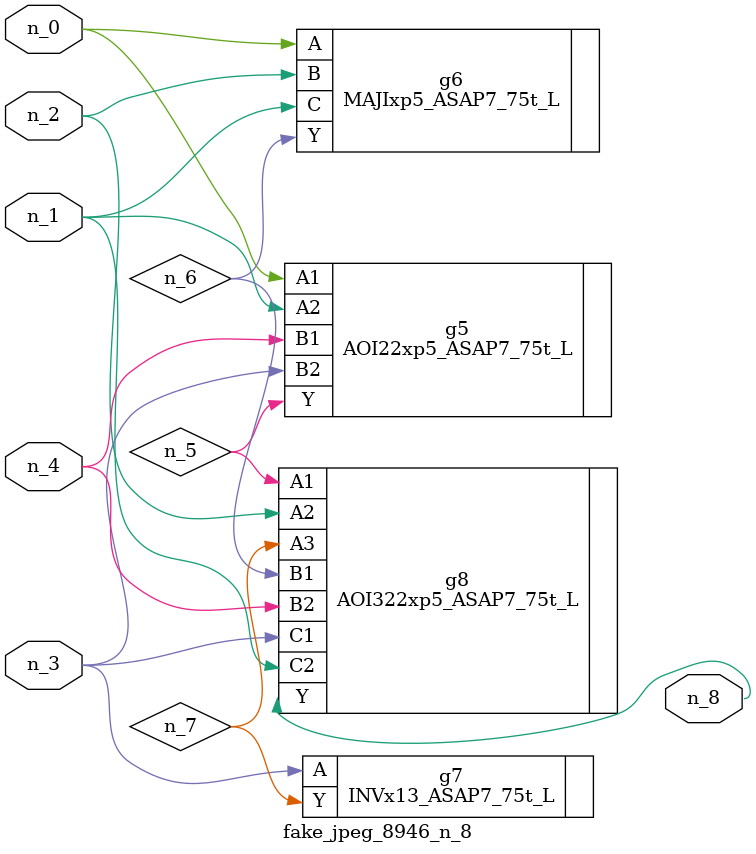
<source format=v>
module fake_jpeg_8946_n_8 (n_3, n_2, n_1, n_0, n_4, n_8);

input n_3;
input n_2;
input n_1;
input n_0;
input n_4;

output n_8;

wire n_6;
wire n_5;
wire n_7;

AOI22xp5_ASAP7_75t_L g5 ( 
.A1(n_0),
.A2(n_1),
.B1(n_4),
.B2(n_3),
.Y(n_5)
);

MAJIxp5_ASAP7_75t_L g6 ( 
.A(n_0),
.B(n_2),
.C(n_1),
.Y(n_6)
);

INVx13_ASAP7_75t_L g7 ( 
.A(n_3),
.Y(n_7)
);

AOI322xp5_ASAP7_75t_L g8 ( 
.A1(n_5),
.A2(n_2),
.A3(n_7),
.B1(n_6),
.B2(n_4),
.C1(n_3),
.C2(n_1),
.Y(n_8)
);


endmodule
</source>
